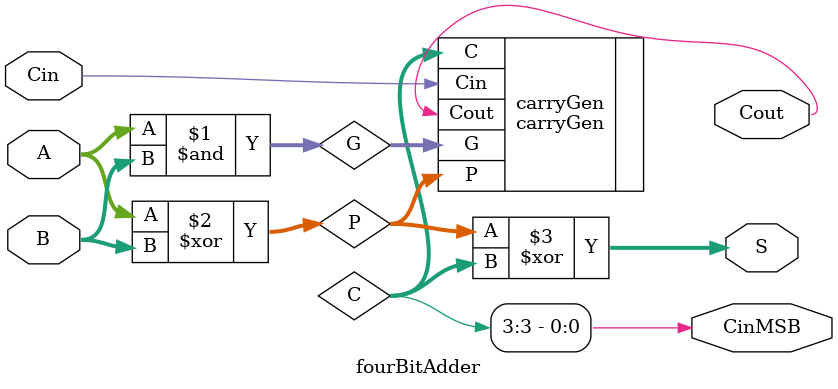
<source format=v>

module fourBitAdder(input [3:0]A,B, input Cin, output [3:0]S, output Cout,CinMSB);
wire [3:0] G,P,C;

carryGen carryGen(.G(G), .P(P), .Cin(Cin), .C(C), .Cout(Cout));

assign G[3:0]=A[3:0] & B[3:0];
assign P[3:0]=A[3:0] ^ B[3:0];

assign S[3:0]=P[3:0] ^ C[3:0];

//Exposing the Carry into MSB for access in the Adder Subtractor module
//This is necessary to identify Overflow in Signed arithmetic
assign CinMSB = C[3];

endmodule

</source>
